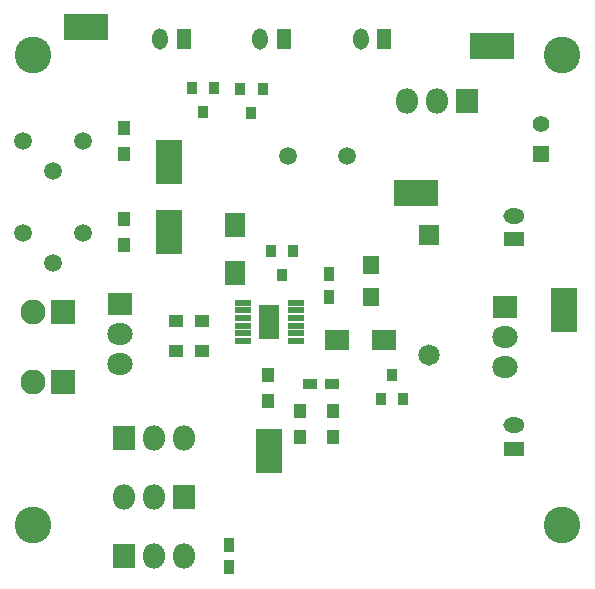
<source format=gbr>
G04 #@! TF.FileFunction,Soldermask,Top*
%FSLAX46Y46*%
G04 Gerber Fmt 4.6, Leading zero omitted, Abs format (unit mm)*
G04 Created by KiCad (PCBNEW 4.0.1-stable) date 24/03/2016 22:37:27*
%MOMM*%
G01*
G04 APERTURE LIST*
%ADD10C,0.100000*%
%ADD11C,3.110000*%
%ADD12R,1.837200X2.142000*%
%ADD13O,1.837200X2.142000*%
%ADD14R,1.310000X1.010000*%
%ADD15R,0.860000X1.310000*%
%ADD16R,1.010000X1.310000*%
%ADD17R,2.142000X1.837200*%
%ADD18O,2.142000X1.837200*%
%ADD19R,1.310000X0.860000*%
%ADD20R,1.410000X1.410000*%
%ADD21C,1.410000*%
%ADD22R,2.110000X1.710000*%
%ADD23R,1.710000X2.110000*%
%ADD24R,1.308880X1.809260*%
%ADD25O,1.308880X1.809260*%
%ADD26R,2.110000X2.110000*%
%ADD27C,2.110000*%
%ADD28C,1.809260*%
%ADD29R,1.809260X1.809260*%
%ADD30R,0.910000X1.010000*%
%ADD31R,2.160000X3.760000*%
%ADD32R,3.760000X2.160000*%
%ADD33R,1.410000X0.530000*%
%ADD34R,1.810000X2.955000*%
%ADD35C,1.507000*%
%ADD36R,1.809260X1.308880*%
%ADD37O,1.809260X1.308880*%
%ADD38R,1.410000X1.610000*%
G04 APERTURE END LIST*
D10*
D11*
X112596000Y-110150000D03*
X112596000Y-70350000D03*
X157396000Y-70350000D03*
X157396000Y-110150000D03*
D12*
X120266000Y-102750000D03*
D13*
X122806000Y-102750000D03*
X125346000Y-102750000D03*
D14*
X126866000Y-92850000D03*
X124666000Y-92850000D03*
X126866000Y-95350000D03*
X124666000Y-95350000D03*
D15*
X137666000Y-90800000D03*
X137666000Y-88900000D03*
D12*
X120266000Y-112750000D03*
D13*
X122806000Y-112750000D03*
X125346000Y-112750000D03*
D12*
X125366000Y-107750000D03*
D13*
X122826000Y-107750000D03*
X120286000Y-107750000D03*
D16*
X137966000Y-100450000D03*
X137966000Y-102650000D03*
X135166000Y-100450000D03*
X135166000Y-102650000D03*
X132466000Y-99650000D03*
X132466000Y-97450000D03*
D17*
X119966000Y-91450000D03*
D18*
X119966000Y-93990000D03*
X119966000Y-96530000D03*
D19*
X137916000Y-98150000D03*
X136016000Y-98150000D03*
D20*
X155566000Y-78700000D03*
D21*
X155566000Y-76200000D03*
D22*
X138266000Y-94450000D03*
X142266000Y-94450000D03*
D15*
X129166000Y-113700000D03*
X129166000Y-111800000D03*
D23*
X129666000Y-84750000D03*
X129666000Y-88750000D03*
D24*
X125316760Y-68950000D03*
D25*
X123315240Y-68950000D03*
D26*
X115066000Y-92050000D03*
D27*
X112526000Y-92050000D03*
D26*
X115066000Y-98050000D03*
D27*
X112526000Y-98050000D03*
D17*
X152566000Y-91700000D03*
D18*
X152566000Y-94240000D03*
X152566000Y-96780000D03*
D24*
X142316760Y-68950000D03*
D25*
X140315240Y-68950000D03*
D16*
X120266000Y-86450000D03*
X120266000Y-84250000D03*
X120266000Y-78750000D03*
X120266000Y-76550000D03*
D28*
X146068540Y-95710520D03*
D29*
X146068540Y-85550520D03*
D30*
X142966000Y-97450000D03*
X142016000Y-99450000D03*
X143916000Y-99450000D03*
X133666000Y-88950000D03*
X134616000Y-86950000D03*
X132716000Y-86950000D03*
X126966000Y-75150000D03*
X127916000Y-73150000D03*
X126016000Y-73150000D03*
D31*
X157566000Y-91950000D03*
D32*
X151466000Y-69550000D03*
D31*
X124066000Y-85350000D03*
D32*
X144966000Y-82000000D03*
D31*
X132566000Y-103850000D03*
X124066000Y-79350000D03*
D33*
X130308000Y-94557500D03*
X130308000Y-93907500D03*
X130308000Y-93257500D03*
X130308000Y-92607500D03*
X130308000Y-91957500D03*
X130308000Y-91307500D03*
X134819000Y-91307500D03*
X134819000Y-91957500D03*
X134819000Y-92607500D03*
X134819000Y-93257500D03*
X134819000Y-93907500D03*
X134819000Y-94557500D03*
D34*
X132558500Y-92932500D03*
D35*
X139166000Y-78850000D03*
X134166000Y-78850000D03*
X114266000Y-80180000D03*
X116806000Y-77640000D03*
X111726000Y-77640000D03*
X114266000Y-87980000D03*
X116806000Y-85440000D03*
X111726000Y-85440000D03*
D32*
X117066000Y-67950000D03*
D36*
X153316000Y-103700760D03*
D37*
X153316000Y-101699240D03*
D36*
X153316000Y-85950760D03*
D37*
X153316000Y-83949240D03*
D30*
X131066000Y-75200000D03*
X132016000Y-73200000D03*
X130116000Y-73200000D03*
D12*
X149316000Y-74200000D03*
D13*
X146776000Y-74200000D03*
X144236000Y-74200000D03*
D24*
X133816760Y-68950000D03*
D25*
X131815240Y-68950000D03*
D38*
X141166000Y-88100000D03*
X141166000Y-90800000D03*
M02*

</source>
